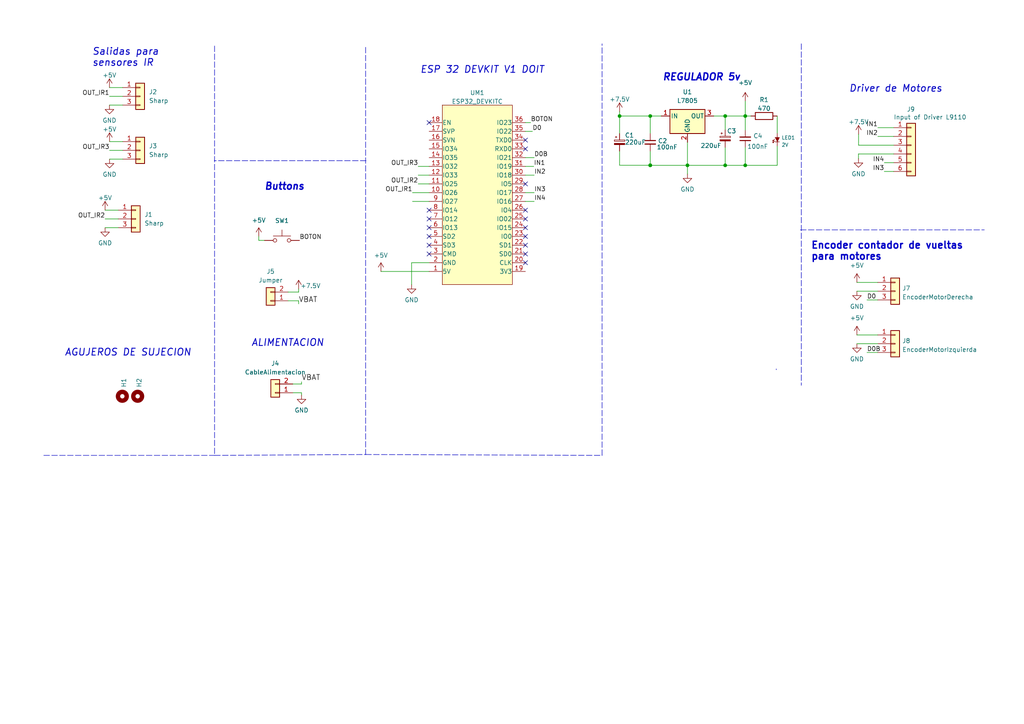
<source format=kicad_sch>
(kicad_sch (version 20211123) (generator eeschema)
  (paper "A4")
  (lib_symbols
    (symbol "Connector_Generic:Conn_01x02" (pin_names (offset 1.016) hide)
      (property "Reference" "J" (at 0 2.54 0))
      (property "Value" "Conn_01x02" (at 0 -5.08 0))
      (symbol "Conn_01x02_1_1"
        (rectangle (start -1.27 -2.413) (end 0 -2.667) (stroke (width 0.1524)))
        (rectangle (start -1.27 0.127) (end 0 -0.127) (stroke (width 0.1524)))
        (rectangle (start -1.27 1.27) (end 1.27 -3.81) (stroke (width 0.254)) (fill (type background)))
        (pin passive line (at -5.08 0 0) (length 3.81) (name "Pin_1") (number "1"))
        (pin passive line (at -5.08 -2.54 0) (length 3.81) (name "Pin_2") (number "2"))
      )
    )
    (symbol "Connector_Generic:Conn_01x03" (pin_names (offset 1.016) hide)
      (property "Reference" "J" (at 0 5.08 0))
      (property "Value" "Conn_01x03" (at 0 -5.08 0))
      (symbol "Conn_01x03_1_1"
        (rectangle (start -1.27 -2.413) (end 0 -2.667) (stroke (width 0.1524)))
        (rectangle (start -1.27 0.127) (end 0 -0.127) (stroke (width 0.1524)))
        (rectangle (start -1.27 2.667) (end 0 2.413) (stroke (width 0.1524)))
        (rectangle (start -1.27 3.81) (end 1.27 -3.81) (stroke (width 0.254)) (fill (type background)))
        (pin passive line (at -5.08 2.54 0) (length 3.81) (name "Pin_1") (number "1"))
        (pin passive line (at -5.08 0 0) (length 3.81) (name "Pin_2") (number "2"))
        (pin passive line (at -5.08 -2.54 0) (length 3.81) (name "Pin_3") (number "3"))
      )
    )
    (symbol "Connector_Generic:Conn_01x06" (pin_names (offset 1.016) hide)
      (property "Reference" "J" (at 0 7.62 0))
      (property "Value" "Conn_01x06" (at 0 -10.16 0))
      (symbol "Conn_01x06_1_1"
        (rectangle (start -1.27 -7.493) (end 0 -7.747) (stroke (width 0.1524)))
        (rectangle (start -1.27 -4.953) (end 0 -5.207) (stroke (width 0.1524)))
        (rectangle (start -1.27 -2.413) (end 0 -2.667) (stroke (width 0.1524)))
        (rectangle (start -1.27 0.127) (end 0 -0.127) (stroke (width 0.1524)))
        (rectangle (start -1.27 2.667) (end 0 2.413) (stroke (width 0.1524)))
        (rectangle (start -1.27 5.207) (end 0 4.953) (stroke (width 0.1524)))
        (rectangle (start -1.27 6.35) (end 1.27 -8.89) (stroke (width 0.254)) (fill (type background)))
        (pin passive line (at -5.08 5.08 0) (length 3.81) (name "Pin_1") (number "1"))
        (pin passive line (at -5.08 2.54 0) (length 3.81) (name "Pin_2") (number "2"))
        (pin passive line (at -5.08 0 0) (length 3.81) (name "Pin_3") (number "3"))
        (pin passive line (at -5.08 -2.54 0) (length 3.81) (name "Pin_4") (number "4"))
        (pin passive line (at -5.08 -5.08 0) (length 3.81) (name "Pin_5") (number "5"))
        (pin passive line (at -5.08 -7.62 0) (length 3.81) (name "Pin_6") (number "6"))
      )
    )
    (symbol "Device:C_Polarized_Small" (pin_numbers hide) (pin_names (offset 0.254) hide)
      (property "Reference" "C" (at 0.254 1.778 0))
      (property "Value" "C_Polarized_Small" (at 0.254 -2.032 0))
      (symbol "C_Polarized_Small_0_1"
        (rectangle (start -1.524 -0.3048) (end 1.524 -0.6858) (fill (type outline)))
        (rectangle (start -1.524 0.6858) (end 1.524 0.3048))
        (polyline (pts (xy -1.27 1.524) (xy -0.762 1.524)))
        (polyline (pts (xy -1.016 1.27) (xy -1.016 1.778)))
      )
      (symbol "C_Polarized_Small_1_1"
        (pin passive line (at 0 2.54 270) (length 1.8542) (name "~") (number "1"))
        (pin passive line (at 0 -2.54 90) (length 1.8542) (name "~") (number "2"))
      )
    )
    (symbol "Device:C_Small" (pin_numbers hide) (pin_names (offset 0.254) hide)
      (property "Reference" "C" (at 0.254 1.778 0))
      (property "Value" "C_Small" (at 0.254 -2.032 0))
      (symbol "C_Small_0_1"
        (polyline (pts (xy -1.524 -0.508) (xy 1.524 -0.508)) (stroke (width 0.3302)))
        (polyline (pts (xy -1.524 0.508) (xy 1.524 0.508)) (stroke (width 0.3048)))
      )
      (symbol "C_Small_1_1"
        (pin passive line (at 0 2.54 270) (length 2.032) (name "~") (number "1"))
        (pin passive line (at 0 -2.54 90) (length 2.032) (name "~") (number "2"))
      )
    )
    (symbol "Device:R" (pin_numbers hide) (pin_names (offset 0))
      (property "Reference" "R" (at 2.032 0 90))
      (property "Value" "R" (at 0 0 90))
      (symbol "R_0_1"
        (rectangle (start -1.016 -2.54) (end 1.016 2.54) (stroke (width 0.254)))
      )
      (symbol "R_1_1"
        (pin passive line (at 0 3.81 270) (length 1.27) (name "~") (number "1"))
        (pin passive line (at 0 -3.81 90) (length 1.27) (name "~") (number "2"))
      )
    )
    (symbol "EESTN522:SW_Push" (pin_numbers hide) (pin_names (offset 1.016) hide)
      (property "Reference" "SW" (at 1.27 2.54 0))
      (symbol "SW_Push_0_1"
        (circle (center -2.032 0) (radius 0.508))
        (polyline (pts (xy 0 1.27) (xy 0 3.048)))
        (polyline (pts (xy 2.54 1.27) (xy -2.54 1.27)))
        (circle (center 2.032 0) (radius 0.508))
        (pin passive line (at -5.08 0 0) (length 2.54) (name "1") (number "1"))
        (pin passive line (at 5.08 0 180) (length 2.54) (name "2") (number "2"))
      )
    )
    (symbol "EESTN5:ESP32_DEVKITC" (pin_names (offset 0.0254))
      (property "Reference" "U" (at 0 25.4 0))
      (property "Value" "ESP32_DEVKITC" (at 0 -25.4 0))
      (symbol "ESP32_DEVKITC_0_1"
        (rectangle (start -10.16 27.94) (end 10.16 -24.13) (fill (type background)))
      )
      (symbol "ESP32_DEVKITC_1_1"
        (pin passive line (at -13.97 -20.32 0) (length 3.81) (name "5V") (number "1"))
        (pin passive line (at -13.97 2.54 0) (length 3.81) (name "IO26") (number "10"))
        (pin passive line (at -13.97 5.08 0) (length 3.81) (name "IO25") (number "11"))
        (pin passive line (at -13.97 7.62 0) (length 3.81) (name "IO33") (number "12"))
        (pin passive line (at -13.97 10.16 0) (length 3.81) (name "IO32") (number "13"))
        (pin passive line (at -13.97 12.7 0) (length 3.81) (name "IO35") (number "14"))
        (pin passive line (at -13.97 15.24 0) (length 3.81) (name "IO34") (number "15"))
        (pin passive line (at -13.97 17.78 0) (length 3.81) (name "SVN") (number "16"))
        (pin passive line (at -13.97 20.32 0) (length 3.81) (name "SVP") (number "17"))
        (pin passive line (at -13.97 22.86 0) (length 3.81) (name "EN") (number "18"))
        (pin passive line (at 13.97 -20.32 180) (length 3.81) (name "3V3") (number "19"))
        (pin passive line (at -13.97 -17.78 0) (length 3.81) (name "GND") (number "2"))
        (pin passive line (at 13.97 -17.78 180) (length 3.81) (name "CLK") (number "20"))
        (pin passive line (at 13.97 -15.24 180) (length 3.81) (name "SD0") (number "21"))
        (pin passive line (at 13.97 -12.7 180) (length 3.81) (name "SD1") (number "22"))
        (pin passive line (at 13.97 -10.16 180) (length 3.81) (name "IO0") (number "23"))
        (pin passive line (at 13.97 -7.62 180) (length 3.81) (name "IO15") (number "24"))
        (pin passive line (at 13.97 -5.08 180) (length 3.81) (name "IO02") (number "25"))
        (pin passive line (at 13.97 -2.54 180) (length 3.81) (name "IO4") (number "26"))
        (pin passive line (at 13.97 0 180) (length 3.81) (name "IO16") (number "27"))
        (pin passive line (at 13.97 2.54 180) (length 3.81) (name "IO17") (number "28"))
        (pin passive line (at 13.97 5.08 180) (length 3.81) (name "IO5") (number "29"))
        (pin passive line (at -13.97 -15.24 0) (length 3.81) (name "CMD") (number "3"))
        (pin passive line (at 13.97 7.62 180) (length 3.81) (name "IO18") (number "30"))
        (pin passive line (at 13.97 10.16 180) (length 3.81) (name "IO19") (number "31"))
        (pin passive line (at 13.97 12.7 180) (length 3.81) (name "IO21") (number "32"))
        (pin passive line (at 13.97 15.24 180) (length 3.81) (name "RXD0") (number "33"))
        (pin passive line (at 13.97 17.78 180) (length 3.81) (name "TXD0") (number "34"))
        (pin passive line (at 13.97 20.32 180) (length 3.81) (name "IO22") (number "35"))
        (pin passive line (at 13.97 22.86 180) (length 3.81) (name "IO23") (number "36"))
        (pin passive line (at -13.97 -12.7 0) (length 3.81) (name "SD3") (number "4"))
        (pin passive line (at -13.97 -10.16 0) (length 3.81) (name "SD2") (number "5"))
        (pin passive line (at -13.97 -7.62 0) (length 3.81) (name "IO13") (number "6"))
        (pin passive line (at -13.97 -5.08 0) (length 3.81) (name "IO12") (number "7"))
        (pin passive line (at -13.97 -2.54 0) (length 3.81) (name "IO14") (number "8"))
        (pin passive line (at -13.97 0 0) (length 3.81) (name "IO27") (number "9"))
      )
    )
    (symbol "EESTN5:LED" (pin_numbers hide) (pin_names (offset 1.016) hide)
      (property "Reference" "LED" (at 0 2.54 0))
      (property "Value" "LED" (at 0 -2.54 0))
      (symbol "LED_0_1"
        (polyline (pts (xy 0.508 -0.762) (xy 1.016 -1.27) (xy 1.016 -1.27)))
        (polyline (pts (xy 1.016 -0.762) (xy 1.524 -1.27) (xy 1.524 -1.27)))
        (polyline (pts (xy 1.27 -0.635) (xy 1.27 0.635) (xy 1.27 0.635)))
        (polyline (pts (xy 1.27 0) (xy 0 0.635) (xy 0 -0.635) (xy 0 -0.635)) (fill (type outline)))
        (polyline (pts (xy 1.524 -1.27) (xy 1.27 -1.27) (xy 1.524 -1.016) (xy 1.524 -1.27) (xy 1.524 -1.27)) (fill (type outline)))
        (polyline (pts (xy 1.016 -1.27) (xy 0.762 -1.27) (xy 1.016 -1.016) (xy 1.016 -1.27) (xy 1.016 -1.27) (xy 1.016 -1.27)) (fill (type outline)))
      )
      (symbol "LED_1_1"
        (pin passive line (at -1.27 0 0) (length 1.27) (name "A") (number "1"))
        (pin passive line (at 2.54 0 180) (length 1.27) (name "K") (number "2"))
      )
    )
    (symbol "EESTN5:Mounting_Hole" (pin_names (offset 1.016))
      (property "Reference" "H" (at 0 5.08 0))
      (symbol "Mounting_Hole_0_1"
        (circle (center 0 0) (radius 1.27) (stroke (width 1.27)))
      )
    )
    (symbol "Regulator_Linear:L7805" (pin_names (offset 0.254))
      (property "Reference" "U" (at -3.81 3.175 0))
      (property "Value" "L7805" (at 0 3.175 0))
      (symbol "L7805_0_1"
        (rectangle (start -5.08 1.905) (end 5.08 -5.08) (stroke (width 0.254)) (fill (type background)))
      )
      (symbol "L7805_1_1"
        (pin power_in line (at -7.62 0 0) (length 2.54) (name "IN") (number "1"))
        (pin power_in line (at 0 -7.62 90) (length 2.54) (name "GND") (number "2"))
        (pin power_out line (at 7.62 0 180) (length 2.54) (name "OUT") (number "3"))
      )
    )
    (symbol "power:+5V" (power) (pin_names (offset 0))
      (property "Value" "+5V" (at 0 3.556 0))
      (symbol "+5V_0_1"
        (polyline (pts (xy -0.762 1.27) (xy 0 2.54)))
        (polyline (pts (xy 0 0) (xy 0 2.54)))
        (polyline (pts (xy 0 2.54) (xy 0.762 1.27)))
      )
      (symbol "+5V_1_1"
        (pin power_in line (at 0 0 90) (length 0) hide (name "+5V") (number "1"))
      )
    )
    (symbol "power:+7.5V" (power) (pin_names (offset 0))
      (property "Value" "+7.5V" (at 0 3.556 0))
      (symbol "+7.5V_0_1"
        (polyline (pts (xy -0.762 1.27) (xy 0 2.54)))
        (polyline (pts (xy 0 0) (xy 0 2.54)))
        (polyline (pts (xy 0 2.54) (xy 0.762 1.27)))
      )
      (symbol "+7.5V_1_1"
        (pin power_in line (at 0 0 90) (length 0) hide (name "+7.5V") (number "1"))
      )
    )
    (symbol "power:GND" (power) (pin_names (offset 0))
      (property "Value" "GND" (at 0 -3.81 0))
      (symbol "GND_0_1"
        (polyline (pts (xy 0 0) (xy 0 -1.27) (xy 1.27 -1.27) (xy 0 -2.54) (xy -1.27 -1.27) (xy 0 -1.27)))
      )
      (symbol "GND_1_1"
        (pin power_in line (at 0 0 270) (length 0) hide (name "GND") (number "1"))
      )
    )
  )
  (junction (at 179.705 33.655))
  (junction (at 210.3374 47.9552))
  (junction (at 188.595 47.9298))
  (junction (at 216.154 47.9552))
  (junction (at 216.154 33.655))
  (junction (at 188.595 33.655))
  (junction (at 188.595 47.9552))
  (junction (at 199.39 47.9552))
  (junction (at 210.3374 33.655))
  (no_connect (at 124.46 73.66))
  (no_connect (at 152.4 68.58))
  (no_connect (at 152.4 43.18))
  (no_connect (at 152.4 40.64))
  (no_connect (at 124.46 63.5))
  (no_connect (at 124.46 35.56))
  (no_connect (at 152.4 63.5))
  (no_connect (at 152.4 66.04))
  (no_connect (at 124.46 68.58))
  (no_connect (at 152.4 60.96))
  (no_connect (at 152.4 73.66))
  (no_connect (at 152.4 71.12))
  (no_connect (at 124.46 71.12))
  (no_connect (at 124.46 60.96))
  (no_connect (at 152.4 76.2))
  (no_connect (at 124.46 66.04))
  (no_connect (at 152.4 53.34))
  (polyline (pts (xy 106.172 46.609) (xy 62.23 46.609)))
  (wire (pts (xy 110.49 78.74) (xy 124.46 78.74)))
  (wire (pts (xy 152.4 35.56) (xy 153.924 35.56)))
  (wire (pts (xy 251.46 86.995) (xy 254.5588 86.995)))
  (wire (pts (xy 210.3374 33.655) (xy 216.154 33.655)))
  (wire (pts (xy 210.3374 33.655) (xy 210.3374 37.6682)))
  (wire (pts (xy 152.4 55.88) (xy 154.94 55.88)))
  (wire (pts (xy 152.4 50.8) (xy 154.94 50.8)))
  (wire (pts (xy 251.46 102.235) (xy 254.5588 102.235)))
  (wire (pts (xy 152.4 45.72) (xy 154.94 45.72)))
  (wire (pts (xy 179.705 33.655) (xy 188.595 33.655)))
  (polyline (pts (xy 62.23 46.609) (xy 62.23 46.482)))
  (wire (pts (xy 30.48 66.04) (xy 34.29 66.04)))
  (polyline (pts (xy 62.23 132.08) (xy 106.045 131.826)))
  (wire (pts (xy 30.48 63.5) (xy 34.29 63.5)))
  (wire (pts (xy 248.9962 44.6532) (xy 259.1816 44.6532)))
  (wire (pts (xy 216.154 42.799) (xy 216.154 47.9552)))
  (polyline (pts (xy 106.045 131.826) (xy 174.625 132.08)))
  (wire (pts (xy 256.4892 47.1932) (xy 259.1816 47.1932)))
  (wire (pts (xy 31.75 30.48) (xy 35.56 30.48)))
  (wire (pts (xy 188.595 33.655) (xy 188.595 38.735)))
  (wire (pts (xy 188.595 47.9552) (xy 199.39 47.9552)))
  (wire (pts (xy 248.9962 44.6532) (xy 248.9962 45.9994)))
  (wire (pts (xy 119.38 76.2) (xy 124.46 76.2)))
  (wire (pts (xy 86.614 87.249) (xy 86.614 88.138)))
  (wire (pts (xy 216.154 33.655) (xy 216.154 37.719)))
  (polyline (pts (xy 174.625 132.08) (xy 174.625 12.7)))
  (wire (pts (xy 216.154 33.655) (xy 217.805 33.655)))
  (polyline (pts (xy 106.045 13.716) (xy 106.045 131.826)))
  (wire (pts (xy 31.7754 46.1518) (xy 35.5854 46.1518)))
  (wire (pts (xy 84.9122 111.379) (xy 87.4522 111.379)))
  (wire (pts (xy 31.75 27.94) (xy 35.56 27.94)))
  (wire (pts (xy 121.285 48.26) (xy 124.46 48.26)))
  (wire (pts (xy 179.705 43.815) (xy 179.705 47.9298)))
  (wire (pts (xy 256.4638 49.7332) (xy 259.1816 49.7332)))
  (wire (pts (xy 121.285 50.8) (xy 124.46 50.8)))
  (wire (pts (xy 188.595 33.655) (xy 191.77 33.655)))
  (wire (pts (xy 75.057 68.58) (xy 75.057 69.723)))
  (wire (pts (xy 216.154 29.3624) (xy 216.154 33.655)))
  (wire (pts (xy 188.595 43.815) (xy 188.595 47.9298)))
  (wire (pts (xy 248.539 84.455) (xy 254.5588 84.455)))
  (polyline (pts (xy 62.23 13.335) (xy 62.23 132.08)))
  (wire (pts (xy 188.595 47.9298) (xy 188.595 47.9552)))
  (wire (pts (xy 248.539 97.155) (xy 254.5588 97.155)))
  (wire (pts (xy 179.705 38.735) (xy 179.705 33.655)))
  (polyline (pts (xy 232.41 12.7) (xy 232.41 111.76)))
  (wire (pts (xy 249.0216 38.9382) (xy 249.0216 42.1132)))
  (wire (pts (xy 84.9122 113.919) (xy 87.4522 113.919)))
  (wire (pts (xy 179.705 32.385) (xy 179.705 33.655)))
  (wire (pts (xy 216.154 47.9552) (xy 225.425 47.9552)))
  (wire (pts (xy 199.39 41.275) (xy 199.39 47.9552)))
  (wire (pts (xy 87.4522 113.919) (xy 87.4522 114.554)))
  (wire (pts (xy 31.7754 41.0718) (xy 35.5854 41.0718)))
  (wire (pts (xy 119.38 76.2) (xy 119.38 82.55)))
  (wire (pts (xy 30.48 60.96) (xy 34.29 60.96)))
  (wire (pts (xy 179.705 47.9298) (xy 188.595 47.9298)))
  (wire (pts (xy 249.0216 42.1132) (xy 259.1816 42.1132)))
  (wire (pts (xy 259.1816 37.0332) (xy 254.6096 37.0332)))
  (wire (pts (xy 152.4 58.42) (xy 154.94 58.42)))
  (wire (pts (xy 152.4 38.1) (xy 154.432 38.1)))
  (wire (pts (xy 207.01 33.655) (xy 210.3374 33.655)))
  (polyline (pts (xy 12.7 132.08) (xy 62.23 132.08)))
  (wire (pts (xy 31.7754 43.6118) (xy 35.5854 43.6118)))
  (wire (pts (xy 83.566 84.709) (xy 86.614 84.709)))
  (polyline (pts (xy 232.156 66.675) (xy 285.496 66.675)))
  (wire (pts (xy 75.057 69.723) (xy 76.708 69.723)))
  (wire (pts (xy 31.75 25.4) (xy 35.56 25.4)))
  (wire (pts (xy 121.285 53.34) (xy 124.46 53.34)))
  (wire (pts (xy 152.4 48.26) (xy 154.813 48.26)))
  (wire (pts (xy 225.425 33.655) (xy 225.425 38.608)))
  (wire (pts (xy 83.566 87.249) (xy 86.614 87.249)))
  (wire (pts (xy 225.425 42.418) (xy 225.425 47.9552)))
  (polyline (pts (xy 225.1456 107.0102) (xy 225.1456 107.2388)))
  (wire (pts (xy 119.634 58.42) (xy 124.46 58.42)))
  (wire (pts (xy 210.3374 47.9552) (xy 216.154 47.9552)))
  (wire (pts (xy 199.39 50.4698) (xy 199.39 47.9552)))
  (wire (pts (xy 119.634 55.88) (xy 124.46 55.88)))
  (wire (pts (xy 259.1816 39.5732) (xy 254.6096 39.5732)))
  (wire (pts (xy 86.614 83.82) (xy 86.614 84.709)))
  (wire (pts (xy 199.39 47.9552) (xy 210.3374 47.9552)))
  (wire (pts (xy 248.539 81.915) (xy 254.5588 81.915)))
  (wire (pts (xy 87.4522 111.379) (xy 87.4522 110.744)))
  (wire (pts (xy 248.539 99.695) (xy 254.5588 99.695)))
  (wire (pts (xy 210.3374 42.7482) (xy 210.3374 47.9552)))
  (text "Buttons" (at 76.6064 55.372 0) (effects (font (size 2 2) (thickness 0.4) bold italic) (justify left bottom)))
  (text "Encoder contador de vueltas \npara motores" (at 235.1532 75.692 0) (effects (font (size 2 2) (thickness 0.4) bold) (justify left bottom)))
  (text "AGUJEROS DE SUJECION" (at 18.7198 103.505 0) (effects (font (size 2 2) (thickness 0.254) bold italic) (justify left bottom)))
  (text "Driver de Motores\n" (at 246.2022 26.9748 0) (effects (font (size 2 2) (thickness 0.254) bold italic) (justify left bottom)))
  (text "ALIMENTACION\n" (at 72.8472 100.711 0) (effects (font (size 2 2) (thickness 0.254) bold italic) (justify left bottom)))
  (text "Salidas para\nsensores IR\n" (at 26.6954 19.4818 0) (effects (font (size 2 2) (thickness 0.254) bold italic) (justify left bottom)))
  (text "REGULADOR 5v\n" (at 192.0748 23.6728 0) (effects (font (size 2 2) (thickness 0.4) bold italic) (justify left bottom)))
  (text "ESP 32 DEVKIT V1 DOIT" (at 121.8184 21.4884 0) (effects (font (size 2 2) (thickness 0.254) bold italic) (justify left bottom)))
  (label "OUT_IR3" (at 31.7754 43.6118 180))
  (label "OUT_IR1" (at 119.634 55.88 180))
  (label "D0B" (at 251.46 102.235 0))
  (label "OUT_IR3" (at 121.285 48.26 180))
  (label "IN3" (at 154.94 55.88 0))
  (label "VBAT" (at 86.614 88.138 0) (effects (font (size 1.524 1.524))))
  (label "OUT_IR2" (at 30.48 63.5 180))
  (label "IN4" (at 154.94 58.42 0))
  (label "IN2" (at 254.6096 39.5732 180))
  (label "BOTON" (at 86.868 69.723 0))
  (label "VBAT" (at 87.4522 110.744 0) (effects (font (size 1.524 1.524))))
  (label "BOTON" (at 153.924 35.56 0))
  (label "IN3" (at 256.4638 49.7332 180))
  (label "OUT_IR1" (at 31.75 27.94 180))
  (label "IN1" (at 154.813 48.26 0))
  (label "IN4" (at 256.4892 47.1932 180))
  (label "D0B" (at 154.94 45.72 0))
  (label "D0" (at 251.46 86.995 0))
  (label "D0" (at 154.432 38.1 0))
  (label "IN2" (at 154.94 50.8 0))
  (label "IN1" (at 254.6096 37.0332 180))
  (label "OUT_IR2" (at 121.285 53.34 180))
  (symbol (lib_id "power:+5V") (at 216.154 29.3624 0) (unit 1)
    (property "Reference" "#PWR0106" (effects hide))
    (property "Value" "+5V" (at 216.154 24.003 0))
  )
  (symbol (lib_id "power:GND") (at 31.75 30.48 0) (unit 1)
    (property "Reference" "#PWR0120" (effects hide))
    (property "Value" "GND" (at 31.75 34.9234 0))
  )
  (symbol (lib_id "Connector_Generic:Conn_01x06") (at 264.2616 42.1132 0) (unit 1)
    (property "Reference" "J9" (at 262.9916 31.6992 0) (effects (justify left)))
    (property "Value" "Input of Driver L9110" (at 259.1816 33.9821 0) (effects (justify left)))
    (property "Footprint" "EESTN5:Pin_Header_6" (effects hide))
  )
  (symbol (lib_id "Connector_Generic:Conn_01x03") (at 40.64 27.94 0) (unit 1)
    (property "Reference" "J2" (at 43.18 26.6699 0) (effects (justify left)))
    (property "Value" "Sharp" (at 43.18 29.2099 0) (effects (justify left)))
    (property "Footprint" "EESTN5:Pin_Strip_3" (effects hide))
  )
  (symbol (lib_id "Regulator_Linear:L7805") (at 199.39 33.655 0) (unit 1)
    (property "Reference" "U1" (at 199.39 26.67 0))
    (property "Value" "L7805" (at 199.39 29.21 0))
    (property "Footprint" "EESTN5:to220" (effects hide))
    (property "Datasheet" "http://www.st.com/content/ccc/resource/technical/document/datasheet/41/4f/b3/b0/12/d4/47/88/CD00000444.pdf/files/CD00000444.pdf/jcr:content/translations/en.CD00000444.pdf" (effects hide))
  )
  (symbol (lib_id "EESTN5:Mounting_Hole") (at 39.9288 114.935 90) (unit 1)
    (property "Reference" "H2" (at 40.3626 112.395 0) (effects (justify left)))
    (property "Value" "Mounting_Hole" (effects hide))
    (property "Footprint" "EESTN5:pad_2mm" (effects hide))
  )
  (symbol (lib_id "power:GND") (at 87.4522 114.554 0) (unit 1)
    (property "Reference" "#PWR0108" (effects hide))
    (property "Value" "GND" (at 87.4522 118.9974 0))
  )
  (symbol (lib_id "power:+5V") (at 31.7754 41.0718 0) (unit 1)
    (property "Reference" "#PWR0119" (effects hide))
    (property "Value" "+5V" (at 31.7754 37.496 0))
  )
  (symbol (lib_id "power:+5V") (at 248.539 81.915 0) (unit 1)
    (property "Reference" "#PWR0109" (effects hide))
    (property "Value" "+5V" (at 248.539 76.9874 0))
  )
  (symbol (lib_id "Device:C_Small") (at 188.595 41.275 0) (unit 1)
    (property "Reference" "C2" (at 190.8302 40.8686 0) (effects (justify left)))
    (property "Value" "100nF" (at 190.4492 42.672 0) (effects (justify left)))
    (property "Footprint" "Capacitor_SMD:C_1206_3216Metric" (effects hide))
  )
  (symbol (lib_id "power:GND") (at 248.539 84.455 0) (unit 1)
    (property "Reference" "#PWR0113" (effects hide))
    (property "Value" "GND" (at 248.539 88.8984 0))
  )
  (symbol (lib_id "power:GND") (at 30.48 66.04 0) (unit 1)
    (property "Reference" "#PWR0117" (effects hide))
    (property "Value" "GND" (at 30.48 70.4834 0))
  )
  (symbol (lib_id "power:+5V") (at 30.48 60.96 0) (unit 1)
    (property "Reference" "#PWR0116" (effects hide))
    (property "Value" "+5V" (at 30.48 57.3842 0))
  )
  (symbol (lib_id "power:GND") (at 199.39 50.4698 0) (unit 1)
    (property "Reference" "#PWR0105" (effects hide))
    (property "Value" "GND" (at 199.39 54.9132 0))
  )
  (symbol (lib_id "Connector_Generic:Conn_01x03") (at 259.6388 84.455 0) (unit 1)
    (property "Reference" "J7" (at 261.6708 83.6203 0) (effects (justify left)))
    (property "Value" "EncoderMotorDerecha" (at 261.6708 86.1572 0) (effects (justify left)))
    (property "Footprint" "EESTN5:Pin_Strip_3" (effects hide))
  )
  (symbol (lib_id "EESTN5:Mounting_Hole") (at 35.4838 114.935 90) (unit 1)
    (property "Reference" "H1" (at 35.9176 112.395 0) (effects (justify left)))
    (property "Value" "Mounting_Hole" (effects hide))
    (property "Footprint" "EESTN5:pad_2mm" (effects hide))
  )
  (symbol (lib_id "power:GND") (at 31.7754 46.1518 0) (unit 1)
    (property "Reference" "#PWR0118" (effects hide))
    (property "Value" "GND" (at 31.7754 50.5952 0))
  )
  (symbol (lib_id "EESTN5:ESP32_DEVKITC") (at 138.43 58.42 0) (unit 1)
    (property "Reference" "UM1" (at 138.43 26.9072 0))
    (property "Value" "ESP32_DEVKITC" (at 138.43 29.4441 0))
    (property "Footprint" "EESTN5:ESP32_DEVKIT_V1_DOIT" (effects hide))
  )
  (symbol (lib_id "power:+5V") (at 75.057 68.58 0) (unit 1)
    (property "Reference" "#PWR0102" (effects hide))
    (property "Value" "+5V" (at 75.057 63.9064 0))
  )
  (symbol (lib_id "power:+5V") (at 31.75 25.4 0) (unit 1)
    (property "Reference" "#PWR0115" (effects hide))
    (property "Value" "+5V" (at 31.75 21.8242 0))
  )
  (symbol (lib_id "Device:C_Polarized_Small") (at 210.3374 40.2082 0) (unit 1)
    (property "Reference" "C3" (at 210.8454 37.9984 0) (effects (justify left)))
    (property "Value" "220uF" (at 203.1746 42.2402 0) (effects (justify left)))
    (property "Footprint" "EESTN5:C_1206" (effects hide))
  )
  (symbol (lib_id "Device:C_Polarized_Small") (at 179.705 41.275 0) (unit 1)
    (property "Reference" "C1" (at 181.229 39.243 0) (effects (justify left)))
    (property "Value" "220uF" (at 181.229 41.275 0) (effects (justify left)))
    (property "Footprint" "EESTN5:C_1206" (effects hide))
  )
  (symbol (lib_id "power:GND") (at 248.9962 45.9994 0) (unit 1)
    (property "Reference" "#PWR0114" (effects hide))
    (property "Value" "GND" (at 248.9962 50.4428 0))
  )
  (symbol (lib_id "Connector_Generic:Conn_01x03") (at 39.37 63.5 0) (unit 1)
    (property "Reference" "J1" (at 41.8846 62.2299 0) (effects (justify left)))
    (property "Value" "Sharp" (at 41.8846 64.7699 0) (effects (justify left)))
    (property "Footprint" "EESTN5:Pin_Strip_3" (effects hide))
  )
  (symbol (lib_id "power:GND") (at 119.38 82.55 0) (unit 1)
    (property "Reference" "#PWR0104" (effects hide))
    (property "Value" "GND" (at 119.38 86.9934 0))
  )
  (symbol (lib_id "power:+7.5V") (at 86.614 83.82 0) (unit 1)
    (property "Reference" "#PWR0107" (effects hide))
    (property "Value" "+7.5V" (at 90.0684 82.9056 0))
  )
  (symbol (lib_id "Connector_Generic:Conn_01x02") (at 79.8322 113.919 180) (unit 1)
    (property "Reference" "J4" (at 79.8322 105.41 0))
    (property "Value" "CableAlimentacion" (at 79.8322 107.95 0))
    (property "Footprint" "Connector_PinHeader_2.54mm:PinHeader_1x02_P2.54mm_Vertical" (effects hide))
  )
  (symbol (lib_id "Connector_Generic:Conn_01x02") (at 78.486 87.249 180) (unit 1)
    (property "Reference" "J5" (at 78.486 78.74 0))
    (property "Value" "Jumper" (at 78.486 81.28 0))
    (property "Footprint" "EESTN522:Jumper" (effects hide))
  )
  (symbol (lib_id "Device:R") (at 221.615 33.655 270) (unit 1)
    (property "Reference" "R1" (at 221.615 28.9392 90))
    (property "Value" "470" (at 221.615 31.4761 90))
    (property "Footprint" "EESTN5:R_1206" (effects hide))
  )
  (symbol (lib_id "Connector_Generic:Conn_01x03") (at 259.6388 99.695 0) (unit 1)
    (property "Reference" "J8" (at 261.6708 98.8603 0) (effects (justify left)))
    (property "Value" "EncoderMotorIzquierda" (at 261.6708 101.3972 0) (effects (justify left)))
    (property "Footprint" "EESTN5:Pin_Strip_3" (effects hide))
  )
  (symbol (lib_id "Connector_Generic:Conn_01x03") (at 40.6654 43.6118 0) (unit 1)
    (property "Reference" "J3" (at 43.18 42.3417 0) (effects (justify left)))
    (property "Value" "Sharp" (at 43.18 44.8817 0) (effects (justify left)))
    (property "Footprint" "EESTN5:Pin_Strip_3" (effects hide))
  )
  (symbol (lib_id "power:GND") (at 248.539 99.695 0) (unit 1)
    (property "Reference" "#PWR0112" (effects hide))
    (property "Value" "GND" (at 248.539 104.1384 0))
  )
  (symbol (lib_id "power:+7.5V") (at 249.0216 38.9382 0) (unit 1)
    (property "Reference" "#PWR0110" (effects hide))
    (property "Value" "+7.5V" (at 249.0216 35.3624 0))
  )
  (symbol (lib_id "EESTN5:LED") (at 225.425 39.878 270) (unit 1)
    (property "Reference" "LED1" (at 226.695 39.9469 90) (effects (font (size 1.016 1.016)) (justify left)))
    (property "Value" "2V" (at 226.695 42.0273 90) (effects (font (size 1.016 1.016)) (justify left)))
    (property "Footprint" "LED_SMD:LED_1206_3216Metric" (effects hide))
  )
  (symbol (lib_id "EESTN522:SW_Push") (at 81.788 69.723 0) (unit 1)
    (property "Reference" "SW1" (at 81.788 64.008 0))
    (property "Value" "SW_Push" (effects hide))
    (property "Footprint" "Button_Switch_THT:SW_PUSH_6mm_H4.3mm" (effects hide))
  )
  (symbol (lib_id "power:+7.5V") (at 179.705 32.385 0) (unit 1)
    (property "Reference" "#PWR0101" (effects hide))
    (property "Value" "+7.5V" (at 179.705 28.8092 0))
  )
  (symbol (lib_id "power:+5V") (at 248.539 97.155 0) (unit 1)
    (property "Reference" "#PWR0111" (effects hide))
    (property "Value" "+5V" (at 248.539 92.2274 0))
  )
  (symbol (lib_id "Device:C_Small") (at 216.154 40.259 180) (unit 1)
    (property "Reference" "C4" (at 218.4781 39.4179 0) (effects (justify right)))
    (property "Value" "100nF" (at 216.7128 42.4942 0) (effects (justify right)))
    (property "Footprint" "Capacitor_SMD:C_1206_3216Metric" (effects hide))
  )
  (symbol (lib_id "power:+5V") (at 110.49 78.74 0) (unit 1)
    (property "Reference" "#PWR0103" (effects hide))
    (property "Value" "+5V" (at 110.49 74.0664 0))
  )
)
</source>
